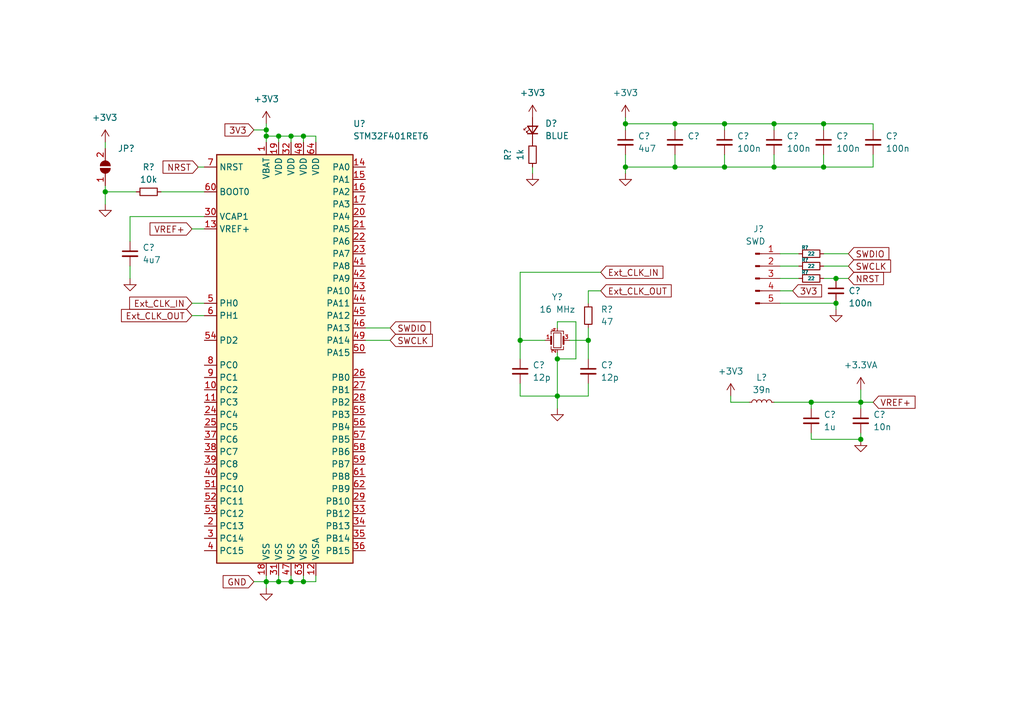
<source format=kicad_sch>
(kicad_sch (version 20211123) (generator eeschema)
  (paper "A5")
  (lib_symbols
    (symbol "Connector:Conn_01x05_Male" (pin_names (offset 1.016) hide)
      (property "Reference" "J" (at 0 7.62 0))
      (property "Value" "Conn_01x05_Male" (at 0 -7.62 0))
      (symbol "Conn_01x05_Male_1_1"
        (polyline (pts (xy 1.27 -5.08) (xy 0.8636 -5.08)) (stroke (width 0.1524)))
        (polyline (pts (xy 1.27 -2.54) (xy 0.8636 -2.54)) (stroke (width 0.1524)))
        (polyline (pts (xy 1.27 0) (xy 0.8636 0)) (stroke (width 0.1524)))
        (polyline (pts (xy 1.27 2.54) (xy 0.8636 2.54)) (stroke (width 0.1524)))
        (polyline (pts (xy 1.27 5.08) (xy 0.8636 5.08)) (stroke (width 0.1524)))
        (rectangle (start 0.8636 -4.953) (end 0 -5.207) (stroke (width 0.1524)) (fill (type outline)))
        (rectangle (start 0.8636 -2.413) (end 0 -2.667) (stroke (width 0.1524)) (fill (type outline)))
        (rectangle (start 0.8636 0.127) (end 0 -0.127) (stroke (width 0.1524)) (fill (type outline)))
        (rectangle (start 0.8636 2.667) (end 0 2.413) (stroke (width 0.1524)) (fill (type outline)))
        (rectangle (start 0.8636 5.207) (end 0 4.953) (stroke (width 0.1524)) (fill (type outline)))
        (pin passive line (at 5.08 5.08 180) (length 3.81) (name "Pin_1") (number "1"))
        (pin passive line (at 5.08 2.54 180) (length 3.81) (name "Pin_2") (number "2"))
        (pin passive line (at 5.08 0 180) (length 3.81) (name "Pin_3") (number "3"))
        (pin passive line (at 5.08 -2.54 180) (length 3.81) (name "Pin_4") (number "4"))
        (pin passive line (at 5.08 -5.08 180) (length 3.81) (name "Pin_5") (number "5"))
      )
    )
    (symbol "Device:C_Small" (pin_numbers hide) (pin_names (offset 0.254) hide)
      (property "Reference" "C" (at 0.254 1.778 0))
      (property "Value" "C_Small" (at 0.254 -2.032 0))
      (symbol "C_Small_0_1"
        (polyline (pts (xy -1.524 -0.508) (xy 1.524 -0.508)) (stroke (width 0.3302)))
        (polyline (pts (xy -1.524 0.508) (xy 1.524 0.508)) (stroke (width 0.3048)))
      )
      (symbol "C_Small_1_1"
        (pin passive line (at 0 2.54 270) (length 2.032) (name "~") (number "1"))
        (pin passive line (at 0 -2.54 90) (length 2.032) (name "~") (number "2"))
      )
    )
    (symbol "Device:Crystal_GND24_Small" (pin_names (offset 1.016) hide)
      (property "Reference" "Y" (at 1.27 4.445 0))
      (property "Value" "Crystal_GND24_Small" (at 1.27 2.54 0))
      (symbol "Crystal_GND24_Small_0_1"
        (rectangle (start -0.762 -1.524) (end 0.762 1.524))
        (polyline (pts (xy -1.27 -0.762) (xy -1.27 0.762)) (stroke (width 0.381)))
        (polyline (pts (xy 1.27 -0.762) (xy 1.27 0.762)) (stroke (width 0.381)))
        (polyline (pts (xy -1.27 -1.27) (xy -1.27 -1.905) (xy 1.27 -1.905) (xy 1.27 -1.27)))
        (polyline (pts (xy -1.27 1.27) (xy -1.27 1.905) (xy 1.27 1.905) (xy 1.27 1.27)))
      )
      (symbol "Crystal_GND24_Small_1_1"
        (pin passive line (at -2.54 0 0) (length 1.27) (name "1") (number "1"))
        (pin passive line (at 0 -2.54 90) (length 0.635) (name "2") (number "2"))
        (pin passive line (at 2.54 0 180) (length 1.27) (name "3") (number "3"))
        (pin passive line (at 0 2.54 270) (length 0.635) (name "4") (number "4"))
      )
    )
    (symbol "Device:LED_Small" (pin_numbers hide) (pin_names (offset 0.254) hide)
      (property "Reference" "D" (at -1.27 3.175 0))
      (property "Value" "LED_Small" (at -4.445 -2.54 0))
      (symbol "LED_Small_0_1"
        (polyline (pts (xy -0.762 -1.016) (xy -0.762 1.016)) (stroke (width 0.254)))
        (polyline (pts (xy 1.016 0) (xy -0.762 0)))
        (polyline (pts (xy 0.762 -1.016) (xy -0.762 0) (xy 0.762 1.016) (xy 0.762 -1.016)) (stroke (width 0.254)))
        (polyline (pts (xy 0 0.762) (xy -0.508 1.27) (xy -0.254 1.27) (xy -0.508 1.27) (xy -0.508 1.016)))
        (polyline (pts (xy 0.508 1.27) (xy 0 1.778) (xy 0.254 1.778) (xy 0 1.778) (xy 0 1.524)))
      )
      (symbol "LED_Small_1_1"
        (pin passive line (at -2.54 0 0) (length 1.778) (name "K") (number "1"))
        (pin passive line (at 2.54 0 180) (length 1.778) (name "A") (number "2"))
      )
    )
    (symbol "Device:L_Small" (pin_numbers hide) (pin_names (offset 0.254) hide)
      (property "Reference" "L" (at 0.762 1.016 0))
      (property "Value" "L_Small" (at 0.762 -1.016 0))
      (symbol "L_Small_0_1"
        (arc (start 0 -2.032) (mid 0.508 -1.524) (end 0 -1.016))
        (arc (start 0 -1.016) (mid 0.508 -0.508) (end 0 0))
        (arc (start 0 0) (mid 0.508 0.508) (end 0 1.016))
        (arc (start 0 1.016) (mid 0.508 1.524) (end 0 2.032))
      )
      (symbol "L_Small_1_1"
        (pin passive line (at 0 2.54 270) (length 0.508) (name "~") (number "1"))
        (pin passive line (at 0 -2.54 90) (length 0.508) (name "~") (number "2"))
      )
    )
    (symbol "Device:R_Small" (pin_numbers hide) (pin_names (offset 0.254) hide)
      (property "Reference" "R" (at 0.762 0.508 0))
      (property "Value" "R_Small" (at 0.762 -1.016 0))
      (symbol "R_Small_0_1"
        (rectangle (start -0.762 1.778) (end 0.762 -1.778) (stroke (width 0.2032)))
      )
      (symbol "R_Small_1_1"
        (pin passive line (at 0 2.54 270) (length 0.762) (name "~") (number "1"))
        (pin passive line (at 0 -2.54 90) (length 0.762) (name "~") (number "2"))
      )
    )
    (symbol "Jumper:SolderJumper_2_Open" (pin_names (offset 0) hide)
      (property "Reference" "JP" (at 0 2.032 0))
      (property "Value" "SolderJumper_2_Open" (at 0 -2.54 0))
      (symbol "SolderJumper_2_Open_0_1"
        (arc (start -0.254 1.016) (mid -1.27 0) (end -0.254 -1.016))
        (arc (start -0.254 1.016) (mid -1.27 0) (end -0.254 -1.016) (fill (type outline)))
        (polyline (pts (xy -0.254 1.016) (xy -0.254 -1.016)))
        (polyline (pts (xy 0.254 1.016) (xy 0.254 -1.016)))
        (arc (start 0.254 -1.016) (mid 1.27 0) (end 0.254 1.016))
        (arc (start 0.254 -1.016) (mid 1.27 0) (end 0.254 1.016) (fill (type outline)))
      )
      (symbol "SolderJumper_2_Open_1_1"
        (pin passive line (at -3.81 0 0) (length 2.54) (name "A") (number "1"))
        (pin passive line (at 3.81 0 180) (length 2.54) (name "B") (number "2"))
      )
    )
    (symbol "MCU_ST_STM32F4:STM32F401RETx"
      (property "Reference" "U" (at -15.24 41.91 0))
      (property "Value" "STM32F401RETx" (at 7.62 41.91 0))
      (symbol "STM32F401RETx_0_1"
        (rectangle (start -15.24 -43.18) (end 12.7 40.64) (stroke (width 0.254)) (fill (type background)))
      )
      (symbol "STM32F401RETx_1_1"
        (pin power_in line (at -5.08 43.18 270) (length 2.54) (name "VBAT") (number "1"))
        (pin bidirectional line (at -17.78 -7.62 0) (length 2.54) (name "PC2") (number "10"))
        (pin bidirectional line (at -17.78 -10.16 0) (length 2.54) (name "PC3") (number "11"))
        (pin power_in line (at 5.08 -45.72 90) (length 2.54) (name "VSSA") (number "12"))
        (pin power_in line (at -17.78 25.4 0) (length 2.54) (name "VREF+") (number "13"))
        (pin bidirectional line (at 15.24 38.1 180) (length 2.54) (name "PA0") (number "14"))
        (pin bidirectional line (at 15.24 35.56 180) (length 2.54) (name "PA1") (number "15"))
        (pin bidirectional line (at 15.24 33.02 180) (length 2.54) (name "PA2") (number "16"))
        (pin bidirectional line (at 15.24 30.48 180) (length 2.54) (name "PA3") (number "17"))
        (pin power_in line (at -5.08 -45.72 90) (length 2.54) (name "VSS") (number "18"))
        (pin power_in line (at -2.54 43.18 270) (length 2.54) (name "VDD") (number "19"))
        (pin bidirectional line (at -17.78 -35.56 0) (length 2.54) (name "PC13") (number "2"))
        (pin bidirectional line (at 15.24 27.94 180) (length 2.54) (name "PA4") (number "20"))
        (pin bidirectional line (at 15.24 25.4 180) (length 2.54) (name "PA5") (number "21"))
        (pin bidirectional line (at 15.24 22.86 180) (length 2.54) (name "PA6") (number "22"))
        (pin bidirectional line (at 15.24 20.32 180) (length 2.54) (name "PA7") (number "23"))
        (pin bidirectional line (at -17.78 -12.7 0) (length 2.54) (name "PC4") (number "24"))
        (pin bidirectional line (at -17.78 -15.24 0) (length 2.54) (name "PC5") (number "25"))
        (pin bidirectional line (at 15.24 -5.08 180) (length 2.54) (name "PB0") (number "26"))
        (pin bidirectional line (at 15.24 -7.62 180) (length 2.54) (name "PB1") (number "27"))
        (pin bidirectional line (at 15.24 -10.16 180) (length 2.54) (name "PB2") (number "28"))
        (pin bidirectional line (at 15.24 -30.48 180) (length 2.54) (name "PB10") (number "29"))
        (pin bidirectional line (at -17.78 -38.1 0) (length 2.54) (name "PC14") (number "3"))
        (pin power_in line (at -17.78 27.94 0) (length 2.54) (name "VCAP1") (number "30"))
        (pin power_in line (at -2.54 -45.72 90) (length 2.54) (name "VSS") (number "31"))
        (pin power_in line (at 0 43.18 270) (length 2.54) (name "VDD") (number "32"))
        (pin bidirectional line (at 15.24 -33.02 180) (length 2.54) (name "PB12") (number "33"))
        (pin bidirectional line (at 15.24 -35.56 180) (length 2.54) (name "PB13") (number "34"))
        (pin bidirectional line (at 15.24 -38.1 180) (length 2.54) (name "PB14") (number "35"))
        (pin bidirectional line (at 15.24 -40.64 180) (length 2.54) (name "PB15") (number "36"))
        (pin bidirectional line (at -17.78 -17.78 0) (length 2.54) (name "PC6") (number "37"))
        (pin bidirectional line (at -17.78 -20.32 0) (length 2.54) (name "PC7") (number "38"))
        (pin bidirectional line (at -17.78 -22.86 0) (length 2.54) (name "PC8") (number "39"))
        (pin bidirectional line (at -17.78 -40.64 0) (length 2.54) (name "PC15") (number "4"))
        (pin bidirectional line (at -17.78 -25.4 0) (length 2.54) (name "PC9") (number "40"))
        (pin bidirectional line (at 15.24 17.78 180) (length 2.54) (name "PA8") (number "41"))
        (pin bidirectional line (at 15.24 15.24 180) (length 2.54) (name "PA9") (number "42"))
        (pin bidirectional line (at 15.24 12.7 180) (length 2.54) (name "PA10") (number "43"))
        (pin bidirectional line (at 15.24 10.16 180) (length 2.54) (name "PA11") (number "44"))
        (pin bidirectional line (at 15.24 7.62 180) (length 2.54) (name "PA12") (number "45"))
        (pin bidirectional line (at 15.24 5.08 180) (length 2.54) (name "PA13") (number "46"))
        (pin power_in line (at 0 -45.72 90) (length 2.54) (name "VSS") (number "47"))
        (pin power_in line (at 2.54 43.18 270) (length 2.54) (name "VDD") (number "48"))
        (pin bidirectional line (at 15.24 2.54 180) (length 2.54) (name "PA14") (number "49"))
        (pin input line (at -17.78 10.16 0) (length 2.54) (name "PH0") (number "5"))
        (pin bidirectional line (at 15.24 0 180) (length 2.54) (name "PA15") (number "50"))
        (pin bidirectional line (at -17.78 -27.94 0) (length 2.54) (name "PC10") (number "51"))
        (pin bidirectional line (at -17.78 -30.48 0) (length 2.54) (name "PC11") (number "52"))
        (pin bidirectional line (at -17.78 -33.02 0) (length 2.54) (name "PC12") (number "53"))
        (pin bidirectional line (at -17.78 2.54 0) (length 2.54) (name "PD2") (number "54"))
        (pin bidirectional line (at 15.24 -12.7 180) (length 2.54) (name "PB3") (number "55"))
        (pin bidirectional line (at 15.24 -15.24 180) (length 2.54) (name "PB4") (number "56"))
        (pin bidirectional line (at 15.24 -17.78 180) (length 2.54) (name "PB5") (number "57"))
        (pin bidirectional line (at 15.24 -20.32 180) (length 2.54) (name "PB6") (number "58"))
        (pin bidirectional line (at 15.24 -22.86 180) (length 2.54) (name "PB7") (number "59"))
        (pin input line (at -17.78 7.62 0) (length 2.54) (name "PH1") (number "6"))
        (pin input line (at -17.78 33.02 0) (length 2.54) (name "BOOT0") (number "60"))
        (pin bidirectional line (at 15.24 -25.4 180) (length 2.54) (name "PB8") (number "61"))
        (pin bidirectional line (at 15.24 -27.94 180) (length 2.54) (name "PB9") (number "62"))
        (pin power_in line (at 2.54 -45.72 90) (length 2.54) (name "VSS") (number "63"))
        (pin power_in line (at 5.08 43.18 270) (length 2.54) (name "VDD") (number "64"))
        (pin input line (at -17.78 38.1 0) (length 2.54) (name "NRST") (number "7"))
        (pin bidirectional line (at -17.78 -2.54 0) (length 2.54) (name "PC0") (number "8"))
        (pin bidirectional line (at -17.78 -5.08 0) (length 2.54) (name "PC1") (number "9"))
      )
    )
    (symbol "power:+3.3VA" (power) (pin_names (offset 0))
      (property "Value" "+3.3VA" (at 0 3.556 0))
      (symbol "+3.3VA_0_1"
        (polyline (pts (xy -0.762 1.27) (xy 0 2.54)))
        (polyline (pts (xy 0 0) (xy 0 2.54)))
        (polyline (pts (xy 0 2.54) (xy 0.762 1.27)))
      )
      (symbol "+3.3VA_1_1"
        (pin power_in line (at 0 0 90) (length 0) hide (name "+3.3VA") (number "1"))
      )
    )
    (symbol "power:+3V3" (power) (pin_names (offset 0))
      (property "Value" "+3V3" (at 0 3.556 0))
      (symbol "+3V3_0_1"
        (polyline (pts (xy -0.762 1.27) (xy 0 2.54)))
        (polyline (pts (xy 0 0) (xy 0 2.54)))
        (polyline (pts (xy 0 2.54) (xy 0.762 1.27)))
      )
      (symbol "+3V3_1_1"
        (pin power_in line (at 0 0 90) (length 0) hide (name "+3V3") (number "1"))
      )
    )
    (symbol "power:GND" (power) (pin_names (offset 0))
      (property "Value" "GND" (at 0 -3.81 0))
      (symbol "GND_0_1"
        (polyline (pts (xy 0 0) (xy 0 -1.27) (xy 1.27 -1.27) (xy 0 -2.54) (xy -1.27 -1.27) (xy 0 -1.27)))
      )
      (symbol "GND_1_1"
        (pin power_in line (at 0 0 270) (length 0) hide (name "GND") (number "1"))
      )
    )
  )
  (junction (at 171.45 57.15))
  (junction (at 176.53 90.17))
  (junction (at 106.68 69.85))
  (junction (at 54.61 119.38))
  (junction (at 128.27 25.4))
  (junction (at 171.45 62.23))
  (junction (at 158.75 34.29))
  (junction (at 57.15 119.38))
  (junction (at 57.15 27.94))
  (junction (at 168.91 25.4))
  (junction (at 138.43 25.4))
  (junction (at 59.69 27.94))
  (junction (at 120.65 69.85))
  (junction (at 166.37 82.55))
  (junction (at 59.69 119.38))
  (junction (at 114.3 73.66))
  (junction (at 176.53 82.55))
  (junction (at 138.43 34.29))
  (junction (at 148.59 25.4))
  (junction (at 114.3 81.28))
  (junction (at 54.61 26.67))
  (junction (at 62.23 27.94))
  (junction (at 158.75 25.4))
  (junction (at 54.61 27.94))
  (junction (at 62.23 119.38))
  (junction (at 21.59 39.37))
  (junction (at 128.27 34.29))
  (junction (at 168.91 34.29))
  (junction (at 148.59 34.29))
  (wire (pts (xy 26.67 54.61) (xy 26.67 57.15)))
  (wire (pts (xy 128.27 25.4) (xy 128.27 26.67)))
  (wire (pts (xy 106.68 78.74) (xy 106.68 81.28)))
  (wire (pts (xy 57.15 27.94) (xy 54.61 27.94)))
  (wire (pts (xy 168.91 26.67) (xy 168.91 25.4)))
  (wire (pts (xy 21.59 39.37) (xy 21.59 41.91)))
  (wire (pts (xy 158.75 31.75) (xy 158.75 34.29)))
  (wire (pts (xy 59.69 27.94) (xy 57.15 27.94)))
  (wire (pts (xy 74.93 67.31) (xy 80.01 67.31)))
  (wire (pts (xy 114.3 66.04) (xy 118.11 66.04)))
  (wire (pts (xy 176.53 80.01) (xy 176.53 82.55)))
  (wire (pts (xy 160.02 57.15) (xy 163.83 57.15)))
  (wire (pts (xy 138.43 25.4) (xy 128.27 25.4)))
  (wire (pts (xy 168.91 57.15) (xy 171.45 57.15)))
  (wire (pts (xy 40.64 34.29) (xy 41.91 34.29)))
  (wire (pts (xy 74.93 69.85) (xy 80.01 69.85)))
  (wire (pts (xy 158.75 82.55) (xy 166.37 82.55)))
  (wire (pts (xy 54.61 119.38) (xy 54.61 120.65)))
  (wire (pts (xy 168.91 25.4) (xy 158.75 25.4)))
  (wire (pts (xy 160.02 59.69) (xy 162.56 59.69)))
  (wire (pts (xy 171.45 62.23) (xy 171.45 63.5)))
  (wire (pts (xy 106.68 73.66) (xy 106.68 69.85)))
  (wire (pts (xy 114.3 73.66) (xy 114.3 81.28)))
  (wire (pts (xy 64.77 27.94) (xy 62.23 27.94)))
  (wire (pts (xy 39.37 64.77) (xy 41.91 64.77)))
  (wire (pts (xy 64.77 29.21) (xy 64.77 27.94)))
  (wire (pts (xy 128.27 34.29) (xy 128.27 35.56)))
  (wire (pts (xy 118.11 66.04) (xy 118.11 73.66)))
  (wire (pts (xy 114.3 81.28) (xy 120.65 81.28)))
  (wire (pts (xy 54.61 26.67) (xy 54.61 27.94)))
  (wire (pts (xy 166.37 88.9) (xy 166.37 90.17)))
  (wire (pts (xy 120.65 81.28) (xy 120.65 78.74)))
  (wire (pts (xy 26.67 44.45) (xy 41.91 44.45)))
  (wire (pts (xy 160.02 54.61) (xy 163.83 54.61)))
  (wire (pts (xy 168.91 31.75) (xy 168.91 34.29)))
  (wire (pts (xy 21.59 29.21) (xy 21.59 30.48)))
  (wire (pts (xy 114.3 67.31) (xy 114.3 66.04)))
  (wire (pts (xy 39.37 62.23) (xy 41.91 62.23)))
  (wire (pts (xy 21.59 38.1) (xy 21.59 39.37)))
  (wire (pts (xy 39.37 46.99) (xy 41.91 46.99)))
  (wire (pts (xy 62.23 29.21) (xy 62.23 27.94)))
  (wire (pts (xy 179.07 25.4) (xy 168.91 25.4)))
  (wire (pts (xy 179.07 34.29) (xy 179.07 31.75)))
  (wire (pts (xy 128.27 31.75) (xy 128.27 34.29)))
  (wire (pts (xy 109.22 34.29) (xy 109.22 35.56)))
  (wire (pts (xy 158.75 34.29) (xy 168.91 34.29)))
  (wire (pts (xy 52.07 119.38) (xy 54.61 119.38)))
  (wire (pts (xy 158.75 26.67) (xy 158.75 25.4)))
  (wire (pts (xy 176.53 82.55) (xy 166.37 82.55)))
  (wire (pts (xy 62.23 118.11) (xy 62.23 119.38)))
  (wire (pts (xy 120.65 69.85) (xy 120.65 73.66)))
  (wire (pts (xy 118.11 73.66) (xy 114.3 73.66)))
  (wire (pts (xy 33.02 39.37) (xy 41.91 39.37)))
  (wire (pts (xy 106.68 69.85) (xy 111.76 69.85)))
  (wire (pts (xy 138.43 26.67) (xy 138.43 25.4)))
  (wire (pts (xy 149.86 81.28) (xy 149.86 82.55)))
  (wire (pts (xy 176.53 90.17) (xy 176.53 88.9)))
  (wire (pts (xy 176.53 82.55) (xy 179.07 82.55)))
  (wire (pts (xy 64.77 119.38) (xy 62.23 119.38)))
  (wire (pts (xy 57.15 29.21) (xy 57.15 27.94)))
  (wire (pts (xy 148.59 26.67) (xy 148.59 25.4)))
  (wire (pts (xy 176.53 83.82) (xy 176.53 82.55)))
  (wire (pts (xy 106.68 81.28) (xy 114.3 81.28)))
  (wire (pts (xy 128.27 24.13) (xy 128.27 25.4)))
  (wire (pts (xy 160.02 62.23) (xy 171.45 62.23)))
  (wire (pts (xy 114.3 81.28) (xy 114.3 83.82)))
  (wire (pts (xy 21.59 39.37) (xy 27.94 39.37)))
  (wire (pts (xy 62.23 119.38) (xy 59.69 119.38)))
  (wire (pts (xy 166.37 82.55) (xy 166.37 83.82)))
  (wire (pts (xy 179.07 26.67) (xy 179.07 25.4)))
  (wire (pts (xy 120.65 67.31) (xy 120.65 69.85)))
  (wire (pts (xy 54.61 25.4) (xy 54.61 26.67)))
  (wire (pts (xy 171.45 57.15) (xy 173.99 57.15)))
  (wire (pts (xy 158.75 25.4) (xy 148.59 25.4)))
  (wire (pts (xy 168.91 52.07) (xy 173.99 52.07)))
  (wire (pts (xy 57.15 118.11) (xy 57.15 119.38)))
  (wire (pts (xy 59.69 118.11) (xy 59.69 119.38)))
  (wire (pts (xy 106.68 69.85) (xy 106.68 55.88)))
  (wire (pts (xy 54.61 118.11) (xy 54.61 119.38)))
  (wire (pts (xy 106.68 55.88) (xy 123.19 55.88)))
  (wire (pts (xy 52.07 26.67) (xy 54.61 26.67)))
  (wire (pts (xy 166.37 90.17) (xy 176.53 90.17)))
  (wire (pts (xy 168.91 34.29) (xy 179.07 34.29)))
  (wire (pts (xy 138.43 31.75) (xy 138.43 34.29)))
  (wire (pts (xy 128.27 34.29) (xy 138.43 34.29)))
  (wire (pts (xy 64.77 118.11) (xy 64.77 119.38)))
  (wire (pts (xy 138.43 34.29) (xy 148.59 34.29)))
  (wire (pts (xy 26.67 49.53) (xy 26.67 44.45)))
  (wire (pts (xy 148.59 25.4) (xy 138.43 25.4)))
  (wire (pts (xy 168.91 54.61) (xy 173.99 54.61)))
  (wire (pts (xy 116.84 69.85) (xy 120.65 69.85)))
  (wire (pts (xy 59.69 119.38) (xy 57.15 119.38)))
  (wire (pts (xy 148.59 34.29) (xy 158.75 34.29)))
  (wire (pts (xy 120.65 59.69) (xy 123.19 59.69)))
  (wire (pts (xy 120.65 62.23) (xy 120.65 59.69)))
  (wire (pts (xy 148.59 31.75) (xy 148.59 34.29)))
  (wire (pts (xy 149.86 82.55) (xy 153.67 82.55)))
  (wire (pts (xy 114.3 72.39) (xy 114.3 73.66)))
  (wire (pts (xy 57.15 119.38) (xy 54.61 119.38)))
  (wire (pts (xy 62.23 27.94) (xy 59.69 27.94)))
  (wire (pts (xy 59.69 29.21) (xy 59.69 27.94)))
  (wire (pts (xy 160.02 52.07) (xy 163.83 52.07)))
  (wire (pts (xy 54.61 27.94) (xy 54.61 29.21)))
  (global_label "Ext_CLK_IN" (shape input) (at 39.37 62.23 180) (property "Intersheet References" "${INTERSHEET_REFS}" (effects hide)))
  (global_label "VREF+" (shape input) (at 179.07 82.55 0) (property "Intersheet References" "${INTERSHEET_REFS}" (effects hide)))
  (global_label "NRST" (shape input) (at 40.64 34.29 180) (property "Intersheet References" "${INTERSHEET_REFS}" (effects hide)))
  (global_label "Ext_CLK_IN" (shape input) (at 123.19 55.88 0) (property "Intersheet References" "${INTERSHEET_REFS}" (effects hide)))
  (global_label "Ext_CLK_OUT" (shape input) (at 123.19 59.69 0) (property "Intersheet References" "${INTERSHEET_REFS}" (effects hide)))
  (global_label "SWDIO" (shape input) (at 173.99 52.07 0) (property "Intersheet References" "${INTERSHEET_REFS}" (effects hide)))
  (global_label "3V3" (shape input) (at 162.56 59.69 0) (property "Intersheet References" "${INTERSHEET_REFS}" (effects hide)))
  (global_label "GND" (shape input) (at 52.07 119.38 180) (property "Intersheet References" "${INTERSHEET_REFS}" (effects hide)))
  (global_label "SWCLK" (shape input) (at 173.99 54.61 0) (property "Intersheet References" "${INTERSHEET_REFS}" (effects hide)))
  (global_label "SWCLK" (shape input) (at 80.01 69.85 0) (property "Intersheet References" "${INTERSHEET_REFS}" (effects hide)))
  (global_label "VREF+" (shape input) (at 39.37 46.99 180) (property "Intersheet References" "${INTERSHEET_REFS}" (effects hide)))
  (global_label "NRST" (shape input) (at 173.99 57.15 0) (property "Intersheet References" "${INTERSHEET_REFS}" (effects hide)))
  (global_label "Ext_CLK_OUT" (shape input) (at 39.37 64.77 180) (property "Intersheet References" "${INTERSHEET_REFS}" (effects hide)))
  (global_label "SWDIO" (shape input) (at 80.01 67.31 0) (property "Intersheet References" "${INTERSHEET_REFS}" (effects hide)))
  (global_label "3V3" (shape input) (at 52.07 26.67 180) (property "Intersheet References" "${INTERSHEET_REFS}" (effects hide)))
  (symbol (lib_id "MCU_ST_STM32F4:STM32F401RETx") (at 59.69 72.39 0) (unit 1)
    (property "Reference" "U?" (at 72.39 25.4 0) (effects (justify left)))
    (property "Value" "STM32F401RET6" (at 72.39 27.94 0) (effects (justify left)))
    (property "Footprint" "Package_QFP:LQFP-64_10x10mm_P0.5mm" (effects hide))
    (property "Datasheet" "http://www.st.com/st-web-ui/static/active/en/resource/technical/document/datasheet/DM00102166.pdf" (effects hide))
  )
  (symbol (lib_id "Device:Crystal_GND24_Small") (at 114.3 69.85 0) (unit 1)
    (property "Reference" "Y?" (at 114.3 60.96 0))
    (property "Value" "16 MHz" (at 114.3 63.5 0))
  )
  (symbol (lib_id "Device:C_Small") (at 168.91 29.21 0) (unit 1)
    (property "Reference" "C?" (at 171.45 27.9462 0) (effects (justify left)))
    (property "Value" "100n" (at 171.45 30.4862 0) (effects (justify left)))
    (property "PartNumber" "06035C104K4Z2A" (effects hide))
  )
  (symbol (lib_id "power:GND") (at 128.27 35.56 0) (unit 1)
    (property "Reference" "#PWR?" (effects hide))
    (property "Value" "GND" (effects hide))
  )
  (symbol (lib_id "power:+3.3VA") (at 176.53 80.01 0) (unit 1)
    (property "Reference" "#PWR?" (effects hide))
    (property "Value" "+3.3VA" (at 176.53 74.93 0))
  )
  (symbol (lib_id "power:GND") (at 114.3 83.82 0) (unit 1)
    (property "Reference" "#PWR?" (effects hide))
    (property "Value" "GND" (effects hide))
  )
  (symbol (lib_id "Device:C_Small") (at 176.53 86.36 0) (unit 1)
    (property "Reference" "C?" (at 179.07 85.0962 0) (effects (justify left)))
    (property "Value" "10n" (at 179.07 87.6362 0) (effects (justify left)))
  )
  (symbol (lib_id "Device:C_Small") (at 158.75 29.21 0) (unit 1)
    (property "Reference" "C?" (at 161.29 27.9462 0) (effects (justify left)))
    (property "Value" "100n" (at 161.29 30.4862 0) (effects (justify left)))
    (property "PartNumber" "06035C104K4Z2A" (effects hide))
  )
  (symbol (lib_id "power:+3V3") (at 21.59 29.21 0) (unit 1)
    (property "Reference" "#PWR?" (effects hide))
    (property "Value" "+3V3" (at 24.13 24.13 0) (effects (justify right)))
  )
  (symbol (lib_id "power:GND") (at 26.67 57.15 0) (unit 1)
    (property "Reference" "#PWR?" (effects hide))
    (property "Value" "GND" (effects hide))
  )
  (symbol (lib_id "Device:L_Small") (at 156.21 82.55 90) (unit 1)
    (property "Reference" "L?" (at 156.21 77.47 90))
    (property "Value" "39n" (at 156.21 80.01 90))
  )
  (symbol (lib_id "Device:C_Small") (at 148.59 29.21 0) (unit 1)
    (property "Reference" "C?" (at 151.13 27.9462 0) (effects (justify left)))
    (property "Value" "100n" (at 151.13 30.4862 0) (effects (justify left)))
    (property "PartNumber" "06035C104K4Z2A" (effects hide))
  )
  (symbol (lib_id "Device:R_Small") (at 166.37 57.15 90) (unit 1)
    (property "Reference" "R?" (at 165.1 55.88 90) (effects (font (size 0.7 0.7))))
    (property "Value" "22" (at 166.37 57.15 90) (effects (font (size 0.7 0.7))))
  )
  (symbol (lib_id "power:+3V3") (at 54.61 25.4 0) (unit 1)
    (property "Reference" "#PWR?" (effects hide))
    (property "Value" "+3V3" (at 54.61 20.32 0))
  )
  (symbol (lib_id "Device:R_Small") (at 166.37 52.07 90) (unit 1)
    (property "Reference" "R?" (at 165.1 50.8 90) (effects (font (size 0.7 0.7))))
    (property "Value" "22" (at 166.37 52.07 90) (effects (font (size 0.7 0.7))))
  )
  (symbol (lib_id "Device:C_Small") (at 166.37 86.36 0) (unit 1)
    (property "Reference" "C?" (at 168.91 85.0962 0) (effects (justify left)))
    (property "Value" "1u" (at 168.91 87.6362 0) (effects (justify left)))
  )
  (symbol (lib_id "power:GND") (at 171.45 63.5 0) (unit 1)
    (property "Reference" "#PWR?" (effects hide))
    (property "Value" "GND" (effects hide))
  )
  (symbol (lib_id "Device:LED_Small") (at 109.22 26.67 90) (unit 1)
    (property "Reference" "D?" (at 111.76 25.3364 90) (effects (justify right)))
    (property "Value" "BLUE" (at 111.76 27.8764 90) (effects (justify right)))
  )
  (symbol (lib_id "Device:C_Small") (at 138.43 29.21 0) (unit 1)
    (property "Reference" "C?" (at 140.97 27.9462 0) (effects (justify left)))
    (property "PartNumber" "06035C104K4Z2A" (effects hide))
  )
  (symbol (lib_id "power:GND") (at 109.22 35.56 0) (unit 1)
    (property "Reference" "#PWR?" (effects hide))
    (property "Value" "GND" (effects hide))
  )
  (symbol (lib_id "Device:R_Small") (at 166.37 54.61 90) (unit 1)
    (property "Reference" "R?" (at 165.1 53.34 90) (effects (font (size 0.7 0.7))))
    (property "Value" "22" (at 166.37 54.61 90) (effects (font (size 0.7 0.7))))
  )
  (symbol (lib_id "power:+3V3") (at 149.86 81.28 0) (unit 1)
    (property "Reference" "#PWR?" (effects hide))
    (property "Value" "+3V3" (at 149.86 76.2 0))
  )
  (symbol (lib_id "Device:R_Small") (at 30.48 39.37 90) (unit 1)
    (property "Reference" "R?" (at 30.48 34.29 90))
    (property "Value" "10k" (at 30.48 36.83 90))
  )
  (symbol (lib_id "power:+3V3") (at 128.27 24.13 0) (unit 1)
    (property "Reference" "#PWR?" (effects hide))
    (property "Value" "+3V3" (at 128.27 19.05 0))
  )
  (symbol (lib_id "Device:C_Small") (at 26.67 52.07 0) (unit 1)
    (property "Reference" "C?" (at 29.21 50.8062 0) (effects (justify left)))
    (property "Value" "4u7" (at 29.21 53.3462 0) (effects (justify left)))
  )
  (symbol (lib_id "power:+3V3") (at 109.22 24.13 0) (unit 1)
    (property "Reference" "#PWR?" (effects hide))
    (property "Value" "+3V3" (at 109.22 19.05 0))
  )
  (symbol (lib_id "power:GND") (at 21.59 41.91 0) (unit 1)
    (property "Reference" "#PWR?" (effects hide))
    (property "Value" "GND" (effects hide))
  )
  (symbol (lib_id "Device:C_Small") (at 179.07 29.21 0) (unit 1)
    (property "Reference" "C?" (at 181.61 27.9462 0) (effects (justify left)))
    (property "Value" "100n" (at 181.61 30.4862 0) (effects (justify left)))
    (property "PartNumber" "06035C104K4Z2A" (effects hide))
  )
  (symbol (lib_id "Device:R_Small") (at 109.22 31.75 180) (unit 1)
    (property "Reference" "R?" (at 104.14 31.75 90))
    (property "Value" "1k" (at 106.68 31.75 90))
  )
  (symbol (lib_id "Device:C_Small") (at 128.27 29.21 0) (unit 1)
    (property "Reference" "C?" (at 130.81 27.9462 0) (effects (justify left)))
    (property "Value" "4u7" (at 130.81 30.4862 0) (effects (justify left)))
  )
  (symbol (lib_id "Device:C_Small") (at 106.68 76.2 0) (unit 1)
    (property "Reference" "C?" (at 109.22 74.9362 0) (effects (justify left)))
    (property "Value" "12p" (at 109.22 77.4762 0) (effects (justify left)))
  )
  (symbol (lib_id "Jumper:SolderJumper_2_Open") (at 21.59 34.29 90) (unit 1)
    (property "Reference" "JP?" (at 24.13 30.48 90) (effects (justify right)))
  )
  (symbol (lib_id "power:GND") (at 176.53 90.17 0) (unit 1)
    (property "Reference" "#PWR?" (effects hide))
    (property "Value" "GND" (effects hide))
  )
  (symbol (lib_id "Device:C_Small") (at 120.65 76.2 0) (unit 1)
    (property "Reference" "C?" (at 123.19 74.9362 0) (effects (justify left)))
    (property "Value" "12p" (at 123.19 77.4762 0) (effects (justify left)))
  )
  (symbol (lib_id "power:GND") (at 54.61 120.65 0) (unit 1)
    (property "Reference" "#PWR?" (effects hide))
    (property "Value" "GND" (effects hide))
  )
  (symbol (lib_id "Device:C_Small") (at 171.45 59.69 0) (unit 1)
    (property "Reference" "C?" (at 173.99 59.69 0) (effects (justify left)))
    (property "Value" "100n" (at 173.99 62.23 0) (effects (justify left)))
    (property "PartNumber" "06035C104K4Z2A" (effects hide))
  )
  (symbol (lib_id "Device:R_Small") (at 120.65 64.77 0) (unit 1)
    (property "Reference" "R?" (at 123.19 63.4999 0) (effects (justify left)))
    (property "Value" "47" (at 123.19 66.0399 0) (effects (justify left)))
  )
  (symbol (lib_id "Connector:Conn_01x05_Male") (at 154.94 57.15 0) (unit 1)
    (property "Reference" "J?" (at 155.575 46.99 0))
    (property "Value" "SWD" (at 154.94 49.53 0))
  )
)
</source>
